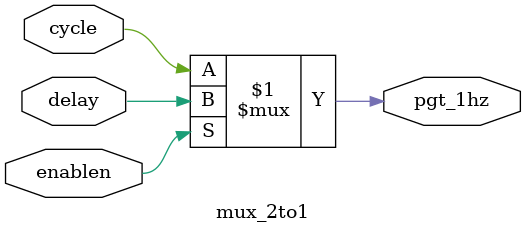
<source format=v>
module mux_2to1 (
  input wire enablen,      // Selection input
  input wire delay,    // Input data 0
  input wire cycle,    // Input data 1
  output wire pgt_1hz    // Output
);

  assign pgt_1hz = (enablen  ? delay : cycle);
  

endmodule
</source>
